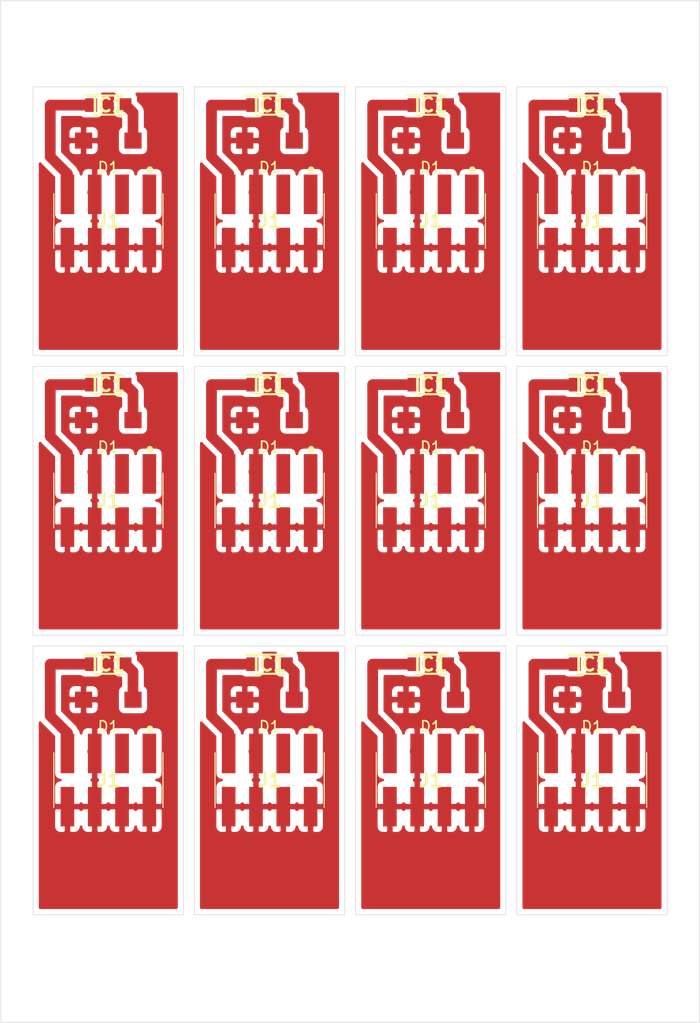
<source format=kicad_pcb>
(kicad_pcb (version 20171130) (host pcbnew "(5.1.6)-1")
  (layers (0 F.Cu signal) (31 B.Cu signal hide) (34 B.Paste user hide) (35 F.Paste user hide) (36 B.SilkS user hide) (37 F.SilkS user hide) (38 B.Mask user hide) (39 F.Mask user hide) (44 Edge.Cuts user))
  (net 0 "")
  (net 1 GND)
  (net 2 "Net-(D1-Pad2)")
  (net 3 +3V3)
  (module MiniSpec2:AM2520SEC03-26450 (layer F.Cu) (at 161 138)
    (fp_text reference D1 (at 0 2.5) (layer F.SilkS))
    (fp_text value LED)
    (pad 1 smd rect (at -2.3 0) (size 1.6 1.5) (layers F.Cu F.Paste F.Mask) (net 1 GND))
    (pad 2 smd rect (at 2.3 0) (size 1.6 1.5) (layers F.Cu F.Paste F.Mask) (net 2 "Net-(D1-Pad2)"))
  )
  (module MiniSpec2:AM2520SEC03-26450 (layer F.Cu) (at 176 138)
    (fp_text reference D1 (at 0 2.5) (layer F.SilkS))
    (fp_text value LED)
    (pad 2 smd rect (at 2.3 0) (size 1.6 1.5) (layers F.Cu F.Paste F.Mask) (net 2 "Net-(D1-Pad2)"))
    (pad 1 smd rect (at -2.3 0) (size 1.6 1.5) (layers F.Cu F.Paste F.Mask) (net 1 GND))
  )
  (module MiniSpec2:AM2520SEC03-26450 (layer F.Cu) (at 146 138)
    (fp_text reference D1 (at 0 2.5) (layer F.SilkS))
    (fp_text value LED)
    (pad 2 smd rect (at 2.3 0) (size 1.6 1.5) (layers F.Cu F.Paste F.Mask) (net 2 "Net-(D1-Pad2)"))
    (pad 1 smd rect (at -2.3 0) (size 1.6 1.5) (layers F.Cu F.Paste F.Mask) (net 1 GND))
  )
  (module MiniSpec2:AM2520SEC03-26450 (layer F.Cu) (at 191 138)
    (fp_text reference D1 (at 0 2.5) (layer F.SilkS))
    (fp_text value LED)
    (pad 1 smd rect (at -2.3 0) (size 1.6 1.5) (layers F.Cu F.Paste F.Mask) (net 1 GND))
    (pad 2 smd rect (at 2.3 0) (size 1.6 1.5) (layers F.Cu F.Paste F.Mask) (net 2 "Net-(D1-Pad2)"))
  )
  (module SamacSys_Parts:SODFL3718X100N (layer F.Cu) (at 176 134.7)
    (fp_text reference IC1 (at 0 0) (layer F.SilkS) (effects (font (size 1.27 1.27) (thickness 0.254))))
    (fp_text value AL5809-20P1-7 hide)
    (fp_line (start -1.4 0.89) (end 1.4 0.89) (layer F.SilkS) (width 0.2))
    (fp_line (start -2.16 -0.89) (end 1.4 -0.89) (layer F.SilkS) (width 0.2))
    (pad 2 smd rect (at 1.6 0) (size 1.12 1.27) (layers F.Cu F.Paste F.Mask) (net 2 "Net-(D1-Pad2)"))
    (pad 1 smd rect (at -1.6 0) (size 1.12 1.27) (layers F.Cu F.Paste F.Mask) (net 3 +3V3))
  )
  (module SamacSys_Parts:TSM-104-YY-ZZZ-DV-P-TR (layer F.Cu) (at 161.01 145.475)
    (fp_text reference J1 (at 0 0) (layer F.SilkS) (effects (font (size 1.27 1.27) (thickness 0.254))))
    (fp_text value TSM-104-02-S-DV-P-TR hide)
    (fp_line (start 5.08 -2.54) (end 5.08 2.54) (layer F.SilkS) (width 0.1))
    (fp_line (start -5.08 2.54) (end -5.08 -2.54) (layer F.SilkS) (width 0.1))
    (fp_circle (center 3.86 -4.775) (end 3.81 -4.775) (layer F.SilkS) (width 0.254))
    (pad 1 smd rect (at 3.81 -2.475) (size 1.27 3.68) (layers F.Cu F.Paste F.Mask))
    (pad 2 smd rect (at 3.81 2.475) (size 1.27 3.68) (layers F.Cu F.Paste F.Mask) (net 1 GND))
    (pad 3 smd rect (at 1.27 -2.475) (size 1.27 3.68) (layers F.Cu F.Paste F.Mask))
    (pad 4 smd rect (at 1.27 2.475) (size 1.27 3.68) (layers F.Cu F.Paste F.Mask) (net 1 GND))
    (pad 5 smd rect (at -1.27 -2.475) (size 1.27 3.68) (layers F.Cu F.Paste F.Mask) (net 1 GND))
    (pad 6 smd rect (at -1.27 2.475) (size 1.27 3.68) (layers F.Cu F.Paste F.Mask) (net 1 GND))
    (pad 7 smd rect (at -3.81 -2.475) (size 1.27 3.68) (layers F.Cu F.Paste F.Mask) (net 3 +3V3))
    (pad 8 smd rect (at -3.81 2.475) (size 1.27 3.68) (layers F.Cu F.Paste F.Mask) (net 1 GND))
  )
  (module SamacSys_Parts:TSM-104-YY-ZZZ-DV-P-TR (layer F.Cu) (at 191.01 145.475)
    (fp_text reference J1 (at 0 0) (layer F.SilkS) (effects (font (size 1.27 1.27) (thickness 0.254))))
    (fp_text value TSM-104-02-S-DV-P-TR hide)
    (fp_line (start 5.08 -2.54) (end 5.08 2.54) (layer F.SilkS) (width 0.1))
    (fp_line (start -5.08 2.54) (end -5.08 -2.54) (layer F.SilkS) (width 0.1))
    (fp_circle (center 3.86 -4.775) (end 3.81 -4.775) (layer F.SilkS) (width 0.254))
    (pad 1 smd rect (at 3.81 -2.475) (size 1.27 3.68) (layers F.Cu F.Paste F.Mask))
    (pad 2 smd rect (at 3.81 2.475) (size 1.27 3.68) (layers F.Cu F.Paste F.Mask) (net 1 GND))
    (pad 3 smd rect (at 1.27 -2.475) (size 1.27 3.68) (layers F.Cu F.Paste F.Mask))
    (pad 4 smd rect (at 1.27 2.475) (size 1.27 3.68) (layers F.Cu F.Paste F.Mask) (net 1 GND))
    (pad 5 smd rect (at -1.27 -2.475) (size 1.27 3.68) (layers F.Cu F.Paste F.Mask) (net 1 GND))
    (pad 6 smd rect (at -1.27 2.475) (size 1.27 3.68) (layers F.Cu F.Paste F.Mask) (net 1 GND))
    (pad 7 smd rect (at -3.81 -2.475) (size 1.27 3.68) (layers F.Cu F.Paste F.Mask) (net 3 +3V3))
    (pad 8 smd rect (at -3.81 2.475) (size 1.27 3.68) (layers F.Cu F.Paste F.Mask) (net 1 GND))
  )
  (module SamacSys_Parts:TSM-104-YY-ZZZ-DV-P-TR (layer F.Cu) (at 176.01 145.475)
    (fp_text reference J1 (at 0 0) (layer F.SilkS) (effects (font (size 1.27 1.27) (thickness 0.254))))
    (fp_text value TSM-104-02-S-DV-P-TR hide)
    (fp_circle (center 3.86 -4.775) (end 3.81 -4.775) (layer F.SilkS) (width 0.254))
    (fp_line (start -5.08 2.54) (end -5.08 -2.54) (layer F.SilkS) (width 0.1))
    (fp_line (start 5.08 -2.54) (end 5.08 2.54) (layer F.SilkS) (width 0.1))
    (pad 8 smd rect (at -3.81 2.475) (size 1.27 3.68) (layers F.Cu F.Paste F.Mask) (net 1 GND))
    (pad 7 smd rect (at -3.81 -2.475) (size 1.27 3.68) (layers F.Cu F.Paste F.Mask) (net 3 +3V3))
    (pad 6 smd rect (at -1.27 2.475) (size 1.27 3.68) (layers F.Cu F.Paste F.Mask) (net 1 GND))
    (pad 5 smd rect (at -1.27 -2.475) (size 1.27 3.68) (layers F.Cu F.Paste F.Mask) (net 1 GND))
    (pad 4 smd rect (at 1.27 2.475) (size 1.27 3.68) (layers F.Cu F.Paste F.Mask) (net 1 GND))
    (pad 3 smd rect (at 1.27 -2.475) (size 1.27 3.68) (layers F.Cu F.Paste F.Mask))
    (pad 2 smd rect (at 3.81 2.475) (size 1.27 3.68) (layers F.Cu F.Paste F.Mask) (net 1 GND))
    (pad 1 smd rect (at 3.81 -2.475) (size 1.27 3.68) (layers F.Cu F.Paste F.Mask))
  )
  (module SamacSys_Parts:SODFL3718X100N (layer F.Cu) (at 161 134.7)
    (fp_text reference IC1 (at 0 0) (layer F.SilkS) (effects (font (size 1.27 1.27) (thickness 0.254))))
    (fp_text value AL5809-20P1-7 hide)
    (fp_line (start -2.16 -0.89) (end 1.4 -0.89) (layer F.SilkS) (width 0.2))
    (fp_line (start -1.4 0.89) (end 1.4 0.89) (layer F.SilkS) (width 0.2))
    (pad 1 smd rect (at -1.6 0) (size 1.12 1.27) (layers F.Cu F.Paste F.Mask) (net 3 +3V3))
    (pad 2 smd rect (at 1.6 0) (size 1.12 1.27) (layers F.Cu F.Paste F.Mask) (net 2 "Net-(D1-Pad2)"))
  )
  (module SamacSys_Parts:SODFL3718X100N (layer F.Cu) (at 146 134.7)
    (fp_text reference IC1 (at 0 0) (layer F.SilkS) (effects (font (size 1.27 1.27) (thickness 0.254))))
    (fp_text value AL5809-20P1-7 hide)
    (fp_line (start -1.4 0.89) (end 1.4 0.89) (layer F.SilkS) (width 0.2))
    (fp_line (start -2.16 -0.89) (end 1.4 -0.89) (layer F.SilkS) (width 0.2))
    (pad 2 smd rect (at 1.6 0) (size 1.12 1.27) (layers F.Cu F.Paste F.Mask) (net 2 "Net-(D1-Pad2)"))
    (pad 1 smd rect (at -1.6 0) (size 1.12 1.27) (layers F.Cu F.Paste F.Mask) (net 3 +3V3))
  )
  (module SamacSys_Parts:TSM-104-YY-ZZZ-DV-P-TR (layer F.Cu) (at 146.01 145.475)
    (fp_text reference J1 (at 0 0) (layer F.SilkS) (effects (font (size 1.27 1.27) (thickness 0.254))))
    (fp_text value TSM-104-02-S-DV-P-TR hide)
    (fp_circle (center 3.86 -4.775) (end 3.81 -4.775) (layer F.SilkS) (width 0.254))
    (fp_line (start -5.08 2.54) (end -5.08 -2.54) (layer F.SilkS) (width 0.1))
    (fp_line (start 5.08 -2.54) (end 5.08 2.54) (layer F.SilkS) (width 0.1))
    (pad 8 smd rect (at -3.81 2.475) (size 1.27 3.68) (layers F.Cu F.Paste F.Mask) (net 1 GND))
    (pad 7 smd rect (at -3.81 -2.475) (size 1.27 3.68) (layers F.Cu F.Paste F.Mask) (net 3 +3V3))
    (pad 6 smd rect (at -1.27 2.475) (size 1.27 3.68) (layers F.Cu F.Paste F.Mask) (net 1 GND))
    (pad 5 smd rect (at -1.27 -2.475) (size 1.27 3.68) (layers F.Cu F.Paste F.Mask) (net 1 GND))
    (pad 4 smd rect (at 1.27 2.475) (size 1.27 3.68) (layers F.Cu F.Paste F.Mask) (net 1 GND))
    (pad 3 smd rect (at 1.27 -2.475) (size 1.27 3.68) (layers F.Cu F.Paste F.Mask))
    (pad 2 smd rect (at 3.81 2.475) (size 1.27 3.68) (layers F.Cu F.Paste F.Mask) (net 1 GND))
    (pad 1 smd rect (at 3.81 -2.475) (size 1.27 3.68) (layers F.Cu F.Paste F.Mask))
  )
  (module SamacSys_Parts:SODFL3718X100N (layer F.Cu) (at 191 134.7)
    (fp_text reference IC1 (at 0 0) (layer F.SilkS) (effects (font (size 1.27 1.27) (thickness 0.254))))
    (fp_text value AL5809-20P1-7 hide)
    (fp_line (start -2.16 -0.89) (end 1.4 -0.89) (layer F.SilkS) (width 0.2))
    (fp_line (start -1.4 0.89) (end 1.4 0.89) (layer F.SilkS) (width 0.2))
    (pad 1 smd rect (at -1.6 0) (size 1.12 1.27) (layers F.Cu F.Paste F.Mask) (net 3 +3V3))
    (pad 2 smd rect (at 1.6 0) (size 1.12 1.27) (layers F.Cu F.Paste F.Mask) (net 2 "Net-(D1-Pad2)"))
  )
  (module SamacSys_Parts:TSM-104-YY-ZZZ-DV-P-TR (layer F.Cu) (at 161.01 119.475)
    (fp_text reference J1 (at 0 0) (layer F.SilkS) (effects (font (size 1.27 1.27) (thickness 0.254))))
    (fp_text value TSM-104-02-S-DV-P-TR hide)
    (fp_circle (center 3.86 -4.775) (end 3.81 -4.775) (layer F.SilkS) (width 0.254))
    (fp_line (start -5.08 2.54) (end -5.08 -2.54) (layer F.SilkS) (width 0.1))
    (fp_line (start 5.08 -2.54) (end 5.08 2.54) (layer F.SilkS) (width 0.1))
    (pad 8 smd rect (at -3.81 2.475) (size 1.27 3.68) (layers F.Cu F.Paste F.Mask) (net 1 GND))
    (pad 7 smd rect (at -3.81 -2.475) (size 1.27 3.68) (layers F.Cu F.Paste F.Mask) (net 3 +3V3))
    (pad 6 smd rect (at -1.27 2.475) (size 1.27 3.68) (layers F.Cu F.Paste F.Mask) (net 1 GND))
    (pad 5 smd rect (at -1.27 -2.475) (size 1.27 3.68) (layers F.Cu F.Paste F.Mask) (net 1 GND))
    (pad 4 smd rect (at 1.27 2.475) (size 1.27 3.68) (layers F.Cu F.Paste F.Mask) (net 1 GND))
    (pad 3 smd rect (at 1.27 -2.475) (size 1.27 3.68) (layers F.Cu F.Paste F.Mask))
    (pad 2 smd rect (at 3.81 2.475) (size 1.27 3.68) (layers F.Cu F.Paste F.Mask) (net 1 GND))
    (pad 1 smd rect (at 3.81 -2.475) (size 1.27 3.68) (layers F.Cu F.Paste F.Mask))
  )
  (module MiniSpec2:AM2520SEC03-26450 (layer F.Cu) (at 146 112)
    (fp_text reference D1 (at 0 2.5) (layer F.SilkS))
    (fp_text value LED)
    (pad 1 smd rect (at -2.3 0) (size 1.6 1.5) (layers F.Cu F.Paste F.Mask) (net 1 GND))
    (pad 2 smd rect (at 2.3 0) (size 1.6 1.5) (layers F.Cu F.Paste F.Mask) (net 2 "Net-(D1-Pad2)"))
  )
  (module SamacSys_Parts:SODFL3718X100N (layer F.Cu) (at 161 108.7)
    (fp_text reference IC1 (at 0 0) (layer F.SilkS) (effects (font (size 1.27 1.27) (thickness 0.254))))
    (fp_text value AL5809-20P1-7 hide)
    (fp_line (start -1.4 0.89) (end 1.4 0.89) (layer F.SilkS) (width 0.2))
    (fp_line (start -2.16 -0.89) (end 1.4 -0.89) (layer F.SilkS) (width 0.2))
    (pad 2 smd rect (at 1.6 0) (size 1.12 1.27) (layers F.Cu F.Paste F.Mask) (net 2 "Net-(D1-Pad2)"))
    (pad 1 smd rect (at -1.6 0) (size 1.12 1.27) (layers F.Cu F.Paste F.Mask) (net 3 +3V3))
  )
  (module SamacSys_Parts:TSM-104-YY-ZZZ-DV-P-TR (layer F.Cu) (at 146.01 119.475)
    (fp_text reference J1 (at 0 0) (layer F.SilkS) (effects (font (size 1.27 1.27) (thickness 0.254))))
    (fp_text value TSM-104-02-S-DV-P-TR hide)
    (fp_line (start 5.08 -2.54) (end 5.08 2.54) (layer F.SilkS) (width 0.1))
    (fp_line (start -5.08 2.54) (end -5.08 -2.54) (layer F.SilkS) (width 0.1))
    (fp_circle (center 3.86 -4.775) (end 3.81 -4.775) (layer F.SilkS) (width 0.254))
    (pad 1 smd rect (at 3.81 -2.475) (size 1.27 3.68) (layers F.Cu F.Paste F.Mask))
    (pad 2 smd rect (at 3.81 2.475) (size 1.27 3.68) (layers F.Cu F.Paste F.Mask) (net 1 GND))
    (pad 3 smd rect (at 1.27 -2.475) (size 1.27 3.68) (layers F.Cu F.Paste F.Mask))
    (pad 4 smd rect (at 1.27 2.475) (size 1.27 3.68) (layers F.Cu F.Paste F.Mask) (net 1 GND))
    (pad 5 smd rect (at -1.27 -2.475) (size 1.27 3.68) (layers F.Cu F.Paste F.Mask) (net 1 GND))
    (pad 6 smd rect (at -1.27 2.475) (size 1.27 3.68) (layers F.Cu F.Paste F.Mask) (net 1 GND))
    (pad 7 smd rect (at -3.81 -2.475) (size 1.27 3.68) (layers F.Cu F.Paste F.Mask) (net 3 +3V3))
    (pad 8 smd rect (at -3.81 2.475) (size 1.27 3.68) (layers F.Cu F.Paste F.Mask) (net 1 GND))
  )
  (module MiniSpec2:AM2520SEC03-26450 (layer F.Cu) (at 191 112)
    (fp_text reference D1 (at 0 2.5) (layer F.SilkS))
    (fp_text value LED)
    (pad 2 smd rect (at 2.3 0) (size 1.6 1.5) (layers F.Cu F.Paste F.Mask) (net 2 "Net-(D1-Pad2)"))
    (pad 1 smd rect (at -2.3 0) (size 1.6 1.5) (layers F.Cu F.Paste F.Mask) (net 1 GND))
  )
  (module MiniSpec2:AM2520SEC03-26450 (layer F.Cu) (at 176 112)
    (fp_text reference D1 (at 0 2.5) (layer F.SilkS))
    (fp_text value LED)
    (pad 1 smd rect (at -2.3 0) (size 1.6 1.5) (layers F.Cu F.Paste F.Mask) (net 1 GND))
    (pad 2 smd rect (at 2.3 0) (size 1.6 1.5) (layers F.Cu F.Paste F.Mask) (net 2 "Net-(D1-Pad2)"))
  )
  (module SamacSys_Parts:TSM-104-YY-ZZZ-DV-P-TR (layer F.Cu) (at 191.01 119.475)
    (fp_text reference J1 (at 0 0) (layer F.SilkS) (effects (font (size 1.27 1.27) (thickness 0.254))))
    (fp_text value TSM-104-02-S-DV-P-TR hide)
    (fp_circle (center 3.86 -4.775) (end 3.81 -4.775) (layer F.SilkS) (width 0.254))
    (fp_line (start -5.08 2.54) (end -5.08 -2.54) (layer F.SilkS) (width 0.1))
    (fp_line (start 5.08 -2.54) (end 5.08 2.54) (layer F.SilkS) (width 0.1))
    (pad 8 smd rect (at -3.81 2.475) (size 1.27 3.68) (layers F.Cu F.Paste F.Mask) (net 1 GND))
    (pad 7 smd rect (at -3.81 -2.475) (size 1.27 3.68) (layers F.Cu F.Paste F.Mask) (net 3 +3V3))
    (pad 6 smd rect (at -1.27 2.475) (size 1.27 3.68) (layers F.Cu F.Paste F.Mask) (net 1 GND))
    (pad 5 smd rect (at -1.27 -2.475) (size 1.27 3.68) (layers F.Cu F.Paste F.Mask) (net 1 GND))
    (pad 4 smd rect (at 1.27 2.475) (size 1.27 3.68) (layers F.Cu F.Paste F.Mask) (net 1 GND))
    (pad 3 smd rect (at 1.27 -2.475) (size 1.27 3.68) (layers F.Cu F.Paste F.Mask))
    (pad 2 smd rect (at 3.81 2.475) (size 1.27 3.68) (layers F.Cu F.Paste F.Mask) (net 1 GND))
    (pad 1 smd rect (at 3.81 -2.475) (size 1.27 3.68) (layers F.Cu F.Paste F.Mask))
  )
  (module SamacSys_Parts:SODFL3718X100N (layer F.Cu) (at 191 108.7)
    (fp_text reference IC1 (at 0 0) (layer F.SilkS) (effects (font (size 1.27 1.27) (thickness 0.254))))
    (fp_text value AL5809-20P1-7 hide)
    (fp_line (start -1.4 0.89) (end 1.4 0.89) (layer F.SilkS) (width 0.2))
    (fp_line (start -2.16 -0.89) (end 1.4 -0.89) (layer F.SilkS) (width 0.2))
    (pad 2 smd rect (at 1.6 0) (size 1.12 1.27) (layers F.Cu F.Paste F.Mask) (net 2 "Net-(D1-Pad2)"))
    (pad 1 smd rect (at -1.6 0) (size 1.12 1.27) (layers F.Cu F.Paste F.Mask) (net 3 +3V3))
  )
  (module SamacSys_Parts:SODFL3718X100N (layer F.Cu) (at 146 108.7)
    (fp_text reference IC1 (at 0 0) (layer F.SilkS) (effects (font (size 1.27 1.27) (thickness 0.254))))
    (fp_text value AL5809-20P1-7 hide)
    (fp_line (start -2.16 -0.89) (end 1.4 -0.89) (layer F.SilkS) (width 0.2))
    (fp_line (start -1.4 0.89) (end 1.4 0.89) (layer F.SilkS) (width 0.2))
    (pad 1 smd rect (at -1.6 0) (size 1.12 1.27) (layers F.Cu F.Paste F.Mask) (net 3 +3V3))
    (pad 2 smd rect (at 1.6 0) (size 1.12 1.27) (layers F.Cu F.Paste F.Mask) (net 2 "Net-(D1-Pad2)"))
  )
  (module SamacSys_Parts:TSM-104-YY-ZZZ-DV-P-TR (layer F.Cu) (at 176.01 119.475)
    (fp_text reference J1 (at 0 0) (layer F.SilkS) (effects (font (size 1.27 1.27) (thickness 0.254))))
    (fp_text value TSM-104-02-S-DV-P-TR hide)
    (fp_line (start 5.08 -2.54) (end 5.08 2.54) (layer F.SilkS) (width 0.1))
    (fp_line (start -5.08 2.54) (end -5.08 -2.54) (layer F.SilkS) (width 0.1))
    (fp_circle (center 3.86 -4.775) (end 3.81 -4.775) (layer F.SilkS) (width 0.254))
    (pad 1 smd rect (at 3.81 -2.475) (size 1.27 3.68) (layers F.Cu F.Paste F.Mask))
    (pad 2 smd rect (at 3.81 2.475) (size 1.27 3.68) (layers F.Cu F.Paste F.Mask) (net 1 GND))
    (pad 3 smd rect (at 1.27 -2.475) (size 1.27 3.68) (layers F.Cu F.Paste F.Mask))
    (pad 4 smd rect (at 1.27 2.475) (size 1.27 3.68) (layers F.Cu F.Paste F.Mask) (net 1 GND))
    (pad 5 smd rect (at -1.27 -2.475) (size 1.27 3.68) (layers F.Cu F.Paste F.Mask) (net 1 GND))
    (pad 6 smd rect (at -1.27 2.475) (size 1.27 3.68) (layers F.Cu F.Paste F.Mask) (net 1 GND))
    (pad 7 smd rect (at -3.81 -2.475) (size 1.27 3.68) (layers F.Cu F.Paste F.Mask) (net 3 +3V3))
    (pad 8 smd rect (at -3.81 2.475) (size 1.27 3.68) (layers F.Cu F.Paste F.Mask) (net 1 GND))
  )
  (module SamacSys_Parts:SODFL3718X100N (layer F.Cu) (at 176 108.7)
    (fp_text reference IC1 (at 0 0) (layer F.SilkS) (effects (font (size 1.27 1.27) (thickness 0.254))))
    (fp_text value AL5809-20P1-7 hide)
    (fp_line (start -2.16 -0.89) (end 1.4 -0.89) (layer F.SilkS) (width 0.2))
    (fp_line (start -1.4 0.89) (end 1.4 0.89) (layer F.SilkS) (width 0.2))
    (pad 1 smd rect (at -1.6 0) (size 1.12 1.27) (layers F.Cu F.Paste F.Mask) (net 3 +3V3))
    (pad 2 smd rect (at 1.6 0) (size 1.12 1.27) (layers F.Cu F.Paste F.Mask) (net 2 "Net-(D1-Pad2)"))
  )
  (module MiniSpec2:AM2520SEC03-26450 (layer F.Cu) (at 161 112)
    (fp_text reference D1 (at 0 2.5) (layer F.SilkS))
    (fp_text value LED)
    (pad 2 smd rect (at 2.3 0) (size 1.6 1.5) (layers F.Cu F.Paste F.Mask) (net 2 "Net-(D1-Pad2)"))
    (pad 1 smd rect (at -2.3 0) (size 1.6 1.5) (layers F.Cu F.Paste F.Mask) (net 1 GND))
  )
  (module MiniSpec2:AM2520SEC03-26450 (layer F.Cu) (at 191 86)
    (fp_text reference D1 (at 0 2.5) (layer F.SilkS))
    (fp_text value LED)
    (pad 1 smd rect (at -2.3 0) (size 1.6 1.5) (layers F.Cu F.Paste F.Mask) (net 1 GND))
    (pad 2 smd rect (at 2.3 0) (size 1.6 1.5) (layers F.Cu F.Paste F.Mask) (net 2 "Net-(D1-Pad2)"))
  )
  (module SamacSys_Parts:TSM-104-YY-ZZZ-DV-P-TR (layer F.Cu) (at 191.01 93.475)
    (fp_text reference J1 (at 0 0) (layer F.SilkS) (effects (font (size 1.27 1.27) (thickness 0.254))))
    (fp_text value TSM-104-02-S-DV-P-TR hide)
    (fp_line (start 5.08 -2.54) (end 5.08 2.54) (layer F.SilkS) (width 0.1))
    (fp_line (start -5.08 2.54) (end -5.08 -2.54) (layer F.SilkS) (width 0.1))
    (fp_circle (center 3.86 -4.775) (end 3.81 -4.775) (layer F.SilkS) (width 0.254))
    (pad 1 smd rect (at 3.81 -2.475) (size 1.27 3.68) (layers F.Cu F.Paste F.Mask))
    (pad 2 smd rect (at 3.81 2.475) (size 1.27 3.68) (layers F.Cu F.Paste F.Mask) (net 1 GND))
    (pad 3 smd rect (at 1.27 -2.475) (size 1.27 3.68) (layers F.Cu F.Paste F.Mask))
    (pad 4 smd rect (at 1.27 2.475) (size 1.27 3.68) (layers F.Cu F.Paste F.Mask) (net 1 GND))
    (pad 5 smd rect (at -1.27 -2.475) (size 1.27 3.68) (layers F.Cu F.Paste F.Mask) (net 1 GND))
    (pad 6 smd rect (at -1.27 2.475) (size 1.27 3.68) (layers F.Cu F.Paste F.Mask) (net 1 GND))
    (pad 7 smd rect (at -3.81 -2.475) (size 1.27 3.68) (layers F.Cu F.Paste F.Mask) (net 3 +3V3))
    (pad 8 smd rect (at -3.81 2.475) (size 1.27 3.68) (layers F.Cu F.Paste F.Mask) (net 1 GND))
  )
  (module SamacSys_Parts:SODFL3718X100N (layer F.Cu) (at 191 82.7)
    (fp_text reference IC1 (at 0 0) (layer F.SilkS) (effects (font (size 1.27 1.27) (thickness 0.254))))
    (fp_text value AL5809-20P1-7 hide)
    (fp_line (start -2.16 -0.89) (end 1.4 -0.89) (layer F.SilkS) (width 0.2))
    (fp_line (start -1.4 0.89) (end 1.4 0.89) (layer F.SilkS) (width 0.2))
    (pad 1 smd rect (at -1.6 0) (size 1.12 1.27) (layers F.Cu F.Paste F.Mask) (net 3 +3V3))
    (pad 2 smd rect (at 1.6 0) (size 1.12 1.27) (layers F.Cu F.Paste F.Mask) (net 2 "Net-(D1-Pad2)"))
  )
  (module SamacSys_Parts:TSM-104-YY-ZZZ-DV-P-TR (layer F.Cu) (at 176.01 93.475)
    (fp_text reference J1 (at 0 0) (layer F.SilkS) (effects (font (size 1.27 1.27) (thickness 0.254))))
    (fp_text value TSM-104-02-S-DV-P-TR hide)
    (fp_circle (center 3.86 -4.775) (end 3.81 -4.775) (layer F.SilkS) (width 0.254))
    (fp_line (start -5.08 2.54) (end -5.08 -2.54) (layer F.SilkS) (width 0.1))
    (fp_line (start 5.08 -2.54) (end 5.08 2.54) (layer F.SilkS) (width 0.1))
    (pad 8 smd rect (at -3.81 2.475) (size 1.27 3.68) (layers F.Cu F.Paste F.Mask) (net 1 GND))
    (pad 7 smd rect (at -3.81 -2.475) (size 1.27 3.68) (layers F.Cu F.Paste F.Mask) (net 3 +3V3))
    (pad 6 smd rect (at -1.27 2.475) (size 1.27 3.68) (layers F.Cu F.Paste F.Mask) (net 1 GND))
    (pad 5 smd rect (at -1.27 -2.475) (size 1.27 3.68) (layers F.Cu F.Paste F.Mask) (net 1 GND))
    (pad 4 smd rect (at 1.27 2.475) (size 1.27 3.68) (layers F.Cu F.Paste F.Mask) (net 1 GND))
    (pad 3 smd rect (at 1.27 -2.475) (size 1.27 3.68) (layers F.Cu F.Paste F.Mask))
    (pad 2 smd rect (at 3.81 2.475) (size 1.27 3.68) (layers F.Cu F.Paste F.Mask) (net 1 GND))
    (pad 1 smd rect (at 3.81 -2.475) (size 1.27 3.68) (layers F.Cu F.Paste F.Mask))
  )
  (module SamacSys_Parts:SODFL3718X100N (layer F.Cu) (at 176 82.7)
    (fp_text reference IC1 (at 0 0) (layer F.SilkS) (effects (font (size 1.27 1.27) (thickness 0.254))))
    (fp_text value AL5809-20P1-7 hide)
    (fp_line (start -1.4 0.89) (end 1.4 0.89) (layer F.SilkS) (width 0.2))
    (fp_line (start -2.16 -0.89) (end 1.4 -0.89) (layer F.SilkS) (width 0.2))
    (pad 2 smd rect (at 1.6 0) (size 1.12 1.27) (layers F.Cu F.Paste F.Mask) (net 2 "Net-(D1-Pad2)"))
    (pad 1 smd rect (at -1.6 0) (size 1.12 1.27) (layers F.Cu F.Paste F.Mask) (net 3 +3V3))
  )
  (module MiniSpec2:AM2520SEC03-26450 (layer F.Cu) (at 176 86)
    (fp_text reference D1 (at 0 2.5) (layer F.SilkS))
    (fp_text value LED)
    (pad 2 smd rect (at 2.3 0) (size 1.6 1.5) (layers F.Cu F.Paste F.Mask) (net 2 "Net-(D1-Pad2)"))
    (pad 1 smd rect (at -2.3 0) (size 1.6 1.5) (layers F.Cu F.Paste F.Mask) (net 1 GND))
  )
  (module MiniSpec2:AM2520SEC03-26450 (layer F.Cu) (at 161 86)
    (fp_text reference D1 (at 0 2.5) (layer F.SilkS))
    (fp_text value LED)
    (pad 1 smd rect (at -2.3 0) (size 1.6 1.5) (layers F.Cu F.Paste F.Mask) (net 1 GND))
    (pad 2 smd rect (at 2.3 0) (size 1.6 1.5) (layers F.Cu F.Paste F.Mask) (net 2 "Net-(D1-Pad2)"))
  )
  (module SamacSys_Parts:TSM-104-YY-ZZZ-DV-P-TR (layer F.Cu) (at 161.01 93.475)
    (fp_text reference J1 (at 0 0) (layer F.SilkS) (effects (font (size 1.27 1.27) (thickness 0.254))))
    (fp_text value TSM-104-02-S-DV-P-TR hide)
    (fp_line (start 5.08 -2.54) (end 5.08 2.54) (layer F.SilkS) (width 0.1))
    (fp_line (start -5.08 2.54) (end -5.08 -2.54) (layer F.SilkS) (width 0.1))
    (fp_circle (center 3.86 -4.775) (end 3.81 -4.775) (layer F.SilkS) (width 0.254))
    (pad 1 smd rect (at 3.81 -2.475) (size 1.27 3.68) (layers F.Cu F.Paste F.Mask))
    (pad 2 smd rect (at 3.81 2.475) (size 1.27 3.68) (layers F.Cu F.Paste F.Mask) (net 1 GND))
    (pad 3 smd rect (at 1.27 -2.475) (size 1.27 3.68) (layers F.Cu F.Paste F.Mask))
    (pad 4 smd rect (at 1.27 2.475) (size 1.27 3.68) (layers F.Cu F.Paste F.Mask) (net 1 GND))
    (pad 5 smd rect (at -1.27 -2.475) (size 1.27 3.68) (layers F.Cu F.Paste F.Mask) (net 1 GND))
    (pad 6 smd rect (at -1.27 2.475) (size 1.27 3.68) (layers F.Cu F.Paste F.Mask) (net 1 GND))
    (pad 7 smd rect (at -3.81 -2.475) (size 1.27 3.68) (layers F.Cu F.Paste F.Mask) (net 3 +3V3))
    (pad 8 smd rect (at -3.81 2.475) (size 1.27 3.68) (layers F.Cu F.Paste F.Mask) (net 1 GND))
  )
  (module SamacSys_Parts:SODFL3718X100N (layer F.Cu) (at 161 82.7)
    (fp_text reference IC1 (at 0 0) (layer F.SilkS) (effects (font (size 1.27 1.27) (thickness 0.254))))
    (fp_text value AL5809-20P1-7 hide)
    (fp_line (start -2.16 -0.89) (end 1.4 -0.89) (layer F.SilkS) (width 0.2))
    (fp_line (start -1.4 0.89) (end 1.4 0.89) (layer F.SilkS) (width 0.2))
    (pad 1 smd rect (at -1.6 0) (size 1.12 1.27) (layers F.Cu F.Paste F.Mask) (net 3 +3V3))
    (pad 2 smd rect (at 1.6 0) (size 1.12 1.27) (layers F.Cu F.Paste F.Mask) (net 2 "Net-(D1-Pad2)"))
  )
  (module SamacSys_Parts:TSM-104-YY-ZZZ-DV-P-TR (layer F.Cu) (at 146.01 93.475)
    (fp_text reference J1 (at 0 0) (layer F.SilkS) (effects (font (size 1.27 1.27) (thickness 0.254))))
    (fp_text value TSM-104-02-S-DV-P-TR hide)
    (fp_circle (center 3.86 -4.775) (end 3.81 -4.775) (layer F.SilkS) (width 0.254))
    (fp_line (start -5.08 2.54) (end -5.08 -2.54) (layer F.SilkS) (width 0.1))
    (fp_line (start 5.08 -2.54) (end 5.08 2.54) (layer F.SilkS) (width 0.1))
    (pad 8 smd rect (at -3.81 2.475) (size 1.27 3.68) (layers F.Cu F.Paste F.Mask) (net 1 GND))
    (pad 7 smd rect (at -3.81 -2.475) (size 1.27 3.68) (layers F.Cu F.Paste F.Mask) (net 3 +3V3))
    (pad 6 smd rect (at -1.27 2.475) (size 1.27 3.68) (layers F.Cu F.Paste F.Mask) (net 1 GND))
    (pad 5 smd rect (at -1.27 -2.475) (size 1.27 3.68) (layers F.Cu F.Paste F.Mask) (net 1 GND))
    (pad 4 smd rect (at 1.27 2.475) (size 1.27 3.68) (layers F.Cu F.Paste F.Mask) (net 1 GND))
    (pad 3 smd rect (at 1.27 -2.475) (size 1.27 3.68) (layers F.Cu F.Paste F.Mask))
    (pad 2 smd rect (at 3.81 2.475) (size 1.27 3.68) (layers F.Cu F.Paste F.Mask) (net 1 GND))
    (pad 1 smd rect (at 3.81 -2.475) (size 1.27 3.68) (layers F.Cu F.Paste F.Mask))
  )
  (module SamacSys_Parts:SODFL3718X100N (layer F.Cu) (at 146 82.7)
    (fp_text reference IC1 (at 0 0) (layer F.SilkS) (effects (font (size 1.27 1.27) (thickness 0.254))))
    (fp_text value AL5809-20P1-7 hide)
    (fp_line (start -1.4 0.89) (end 1.4 0.89) (layer F.SilkS) (width 0.2))
    (fp_line (start -2.16 -0.89) (end 1.4 -0.89) (layer F.SilkS) (width 0.2))
    (pad 2 smd rect (at 1.6 0) (size 1.12 1.27) (layers F.Cu F.Paste F.Mask) (net 2 "Net-(D1-Pad2)"))
    (pad 1 smd rect (at -1.6 0) (size 1.12 1.27) (layers F.Cu F.Paste F.Mask) (net 3 +3V3))
  )
  (module MiniSpec2:AM2520SEC03-26450 (layer F.Cu) (at 146 86)
    (fp_text reference D1 (at 0 2.5) (layer F.SilkS))
    (fp_text value LED)
    (pad 2 smd rect (at 2.3 0) (size 1.6 1.5) (layers F.Cu F.Paste F.Mask) (net 2 "Net-(D1-Pad2)"))
    (pad 1 smd rect (at -2.3 0) (size 1.6 1.5) (layers F.Cu F.Paste F.Mask) (net 1 GND))
  )
  (gr_line (start 136 168) (end 136 73) (layer Edge.Cuts) (width 0.05))
  (gr_line (start 201 168) (end 136 168) (layer Edge.Cuts) (width 0.05))
  (gr_line (start 201 73) (end 201 168) (layer Edge.Cuts) (width 0.05))
  (gr_line (start 136 73) (end 201 73) (layer Edge.Cuts) (width 0.05))
  (gr_line (start 168 133) (end 168 158) (layer Edge.Cuts) (width 0.05))
  (gr_line (start 154 133) (end 168 133) (layer Edge.Cuts) (width 0.05))
  (gr_line (start 168 158) (end 154 158) (layer Edge.Cuts) (width 0.05))
  (gr_line (start 154 158) (end 154 133) (layer Edge.Cuts) (width 0.05))
  (gr_line (start 184 133) (end 198 133) (layer Edge.Cuts) (width 0.05))
  (gr_line (start 184 158) (end 184 133) (layer Edge.Cuts) (width 0.05))
  (gr_line (start 198 133) (end 198 158) (layer Edge.Cuts) (width 0.05))
  (gr_line (start 198 158) (end 184 158) (layer Edge.Cuts) (width 0.05))
  (gr_line (start 169 133) (end 183 133) (layer Edge.Cuts) (width 0.05))
  (gr_line (start 183 133) (end 183 158) (layer Edge.Cuts) (width 0.05))
  (gr_line (start 183 158) (end 169 158) (layer Edge.Cuts) (width 0.05))
  (gr_line (start 169 158) (end 169 133) (layer Edge.Cuts) (width 0.05))
  (gr_line (start 139 133) (end 153 133) (layer Edge.Cuts) (width 0.05))
  (gr_line (start 153 158) (end 139 158) (layer Edge.Cuts) (width 0.05))
  (gr_line (start 153 133) (end 153 158) (layer Edge.Cuts) (width 0.05))
  (gr_line (start 139 158) (end 139 133) (layer Edge.Cuts) (width 0.05))
  (gr_line (start 198 132) (end 184 132) (layer Edge.Cuts) (width 0.05))
  (gr_line (start 198 107) (end 198 132) (layer Edge.Cuts) (width 0.05))
  (gr_line (start 184 107) (end 198 107) (layer Edge.Cuts) (width 0.05))
  (gr_line (start 184 132) (end 184 107) (layer Edge.Cuts) (width 0.05))
  (gr_line (start 169 132) (end 169 107) (layer Edge.Cuts) (width 0.05))
  (gr_line (start 183 132) (end 169 132) (layer Edge.Cuts) (width 0.05))
  (gr_line (start 169 107) (end 183 107) (layer Edge.Cuts) (width 0.05))
  (gr_line (start 183 107) (end 183 132) (layer Edge.Cuts) (width 0.05))
  (gr_line (start 153 132) (end 139 132) (layer Edge.Cuts) (width 0.05))
  (gr_line (start 153 107) (end 153 132) (layer Edge.Cuts) (width 0.05))
  (gr_line (start 139 107) (end 153 107) (layer Edge.Cuts) (width 0.05))
  (gr_line (start 139 132) (end 139 107) (layer Edge.Cuts) (width 0.05))
  (gr_line (start 154 107) (end 168 107) (layer Edge.Cuts) (width 0.05))
  (gr_line (start 154 132) (end 154 107) (layer Edge.Cuts) (width 0.05))
  (gr_line (start 168 132) (end 154 132) (layer Edge.Cuts) (width 0.05))
  (gr_line (start 168 107) (end 168 132) (layer Edge.Cuts) (width 0.05))
  (gr_line (start 184 106) (end 184 81) (layer Edge.Cuts) (width 0.05))
  (gr_line (start 198 106) (end 184 106) (layer Edge.Cuts) (width 0.05))
  (gr_line (start 184 81) (end 198 81) (layer Edge.Cuts) (width 0.05))
  (gr_line (start 198 81) (end 198 106) (layer Edge.Cuts) (width 0.05))
  (gr_line (start 169 81) (end 183 81) (layer Edge.Cuts) (width 0.05))
  (gr_line (start 169 106) (end 169 81) (layer Edge.Cuts) (width 0.05))
  (gr_line (start 183 106) (end 169 106) (layer Edge.Cuts) (width 0.05))
  (gr_line (start 183 81) (end 183 106) (layer Edge.Cuts) (width 0.05))
  (gr_line (start 168 106) (end 154 106) (layer Edge.Cuts) (width 0.05))
  (gr_line (start 168 81) (end 168 106) (layer Edge.Cuts) (width 0.05))
  (gr_line (start 154 81) (end 168 81) (layer Edge.Cuts) (width 0.05))
  (gr_line (start 154 106) (end 154 81) (layer Edge.Cuts) (width 0.05))
  (gr_line (start 153 81) (end 153 106) (layer Edge.Cuts) (width 0.05))
  (gr_line (start 139 81) (end 153 81) (layer Edge.Cuts) (width 0.05))
  (gr_line (start 139 106) (end 139 81) (layer Edge.Cuts) (width 0.05))
  (gr_line (start 153 106) (end 139 106) (layer Edge.Cuts) (width 0.05))
  (segment (start 144.55 90.81) (end 144.74 91) (width 1) (layer F.Cu) (net 1))
  (segment (start 144.6 90.86) (end 144.74 91) (width 1) (layer F.Cu) (net 1))
  (segment (start 159.55 90.81) (end 159.74 91) (width 1) (layer F.Cu) (net 1))
  (segment (start 159.6 90.86) (end 159.74 91) (width 1) (layer F.Cu) (net 1))
  (segment (start 174.6 90.86) (end 174.74 91) (width 1) (layer F.Cu) (net 1))
  (segment (start 174.55 90.81) (end 174.74 91) (width 1) (layer F.Cu) (net 1))
  (segment (start 189.55 90.81) (end 189.74 91) (width 1) (layer F.Cu) (net 1))
  (segment (start 189.6 90.86) (end 189.74 91) (width 1) (layer F.Cu) (net 1))
  (segment (start 144.55 116.81) (end 144.74 117) (width 1) (layer F.Cu) (net 1))
  (segment (start 144.6 116.86) (end 144.74 117) (width 1) (layer F.Cu) (net 1))
  (segment (start 174.55 116.81) (end 174.74 117) (width 1) (layer F.Cu) (net 1))
  (segment (start 159.6 116.86) (end 159.74 117) (width 1) (layer F.Cu) (net 1))
  (segment (start 189.6 116.86) (end 189.74 117) (width 1) (layer F.Cu) (net 1))
  (segment (start 159.55 116.81) (end 159.74 117) (width 1) (layer F.Cu) (net 1))
  (segment (start 174.6 116.86) (end 174.74 117) (width 1) (layer F.Cu) (net 1))
  (segment (start 189.55 116.81) (end 189.74 117) (width 1) (layer F.Cu) (net 1))
  (segment (start 159.55 142.81) (end 159.74 143) (width 1) (layer F.Cu) (net 1))
  (segment (start 144.55 142.81) (end 144.74 143) (width 1) (layer F.Cu) (net 1))
  (segment (start 189.55 142.81) (end 189.74 143) (width 1) (layer F.Cu) (net 1))
  (segment (start 159.6 142.86) (end 159.74 143) (width 1) (layer F.Cu) (net 1))
  (segment (start 189.6 142.86) (end 189.74 143) (width 1) (layer F.Cu) (net 1))
  (segment (start 174.55 142.81) (end 174.74 143) (width 1) (layer F.Cu) (net 1))
  (segment (start 174.6 142.86) (end 174.74 143) (width 1) (layer F.Cu) (net 1))
  (segment (start 144.6 142.86) (end 144.74 143) (width 1) (layer F.Cu) (net 1))
  (segment (start 148.3 83.4) (end 147.6 82.7) (width 1) (layer F.Cu) (net 2))
  (segment (start 148.3 86) (end 148.3 83.4) (width 1) (layer F.Cu) (net 2))
  (segment (start 163.3 83.4) (end 162.6 82.7) (width 1) (layer F.Cu) (net 2))
  (segment (start 163.3 86) (end 163.3 83.4) (width 1) (layer F.Cu) (net 2))
  (segment (start 178.3 86) (end 178.3 83.4) (width 1) (layer F.Cu) (net 2))
  (segment (start 178.3 83.4) (end 177.6 82.7) (width 1) (layer F.Cu) (net 2))
  (segment (start 193.3 86) (end 193.3 83.4) (width 1) (layer F.Cu) (net 2))
  (segment (start 193.3 83.4) (end 192.6 82.7) (width 1) (layer F.Cu) (net 2))
  (segment (start 148.3 109.4) (end 147.6 108.7) (width 1) (layer F.Cu) (net 2))
  (segment (start 193.3 112) (end 193.3 109.4) (width 1) (layer F.Cu) (net 2))
  (segment (start 193.3 109.4) (end 192.6 108.7) (width 1) (layer F.Cu) (net 2))
  (segment (start 163.3 112) (end 163.3 109.4) (width 1) (layer F.Cu) (net 2))
  (segment (start 148.3 112) (end 148.3 109.4) (width 1) (layer F.Cu) (net 2))
  (segment (start 178.3 112) (end 178.3 109.4) (width 1) (layer F.Cu) (net 2))
  (segment (start 178.3 109.4) (end 177.6 108.7) (width 1) (layer F.Cu) (net 2))
  (segment (start 163.3 109.4) (end 162.6 108.7) (width 1) (layer F.Cu) (net 2))
  (segment (start 193.3 135.4) (end 192.6 134.7) (width 1) (layer F.Cu) (net 2))
  (segment (start 178.3 138) (end 178.3 135.4) (width 1) (layer F.Cu) (net 2))
  (segment (start 148.3 138) (end 148.3 135.4) (width 1) (layer F.Cu) (net 2))
  (segment (start 193.3 138) (end 193.3 135.4) (width 1) (layer F.Cu) (net 2))
  (segment (start 163.3 138) (end 163.3 135.4) (width 1) (layer F.Cu) (net 2))
  (segment (start 178.3 135.4) (end 177.6 134.7) (width 1) (layer F.Cu) (net 2))
  (segment (start 163.3 135.4) (end 162.6 134.7) (width 1) (layer F.Cu) (net 2))
  (segment (start 148.3 135.4) (end 147.6 134.7) (width 1) (layer F.Cu) (net 2))
  (segment (start 142.2 91) (end 142.2 89.1) (width 1) (layer F.Cu) (net 3))
  (segment (start 142.2 89.1) (end 140.6 87.5) (width 1) (layer F.Cu) (net 3))
  (segment (start 140.6 87.5) (end 140.6 82.7) (width 1) (layer F.Cu) (net 3))
  (segment (start 140.6 82.7) (end 144.4 82.7) (width 1) (layer F.Cu) (net 3))
  (segment (start 157.2 89.1) (end 155.6 87.5) (width 1) (layer F.Cu) (net 3))
  (segment (start 155.6 87.5) (end 155.6 82.7) (width 1) (layer F.Cu) (net 3))
  (segment (start 155.6 82.7) (end 159.4 82.7) (width 1) (layer F.Cu) (net 3))
  (segment (start 157.2 91) (end 157.2 89.1) (width 1) (layer F.Cu) (net 3))
  (segment (start 172.2 89.1) (end 170.6 87.5) (width 1) (layer F.Cu) (net 3))
  (segment (start 170.6 82.7) (end 174.4 82.7) (width 1) (layer F.Cu) (net 3))
  (segment (start 172.2 91) (end 172.2 89.1) (width 1) (layer F.Cu) (net 3))
  (segment (start 170.6 87.5) (end 170.6 82.7) (width 1) (layer F.Cu) (net 3))
  (segment (start 187.2 89.1) (end 185.6 87.5) (width 1) (layer F.Cu) (net 3))
  (segment (start 185.6 87.5) (end 185.6 82.7) (width 1) (layer F.Cu) (net 3))
  (segment (start 185.6 82.7) (end 189.4 82.7) (width 1) (layer F.Cu) (net 3))
  (segment (start 187.2 91) (end 187.2 89.1) (width 1) (layer F.Cu) (net 3))
  (segment (start 142.2 115.1) (end 140.6 113.5) (width 1) (layer F.Cu) (net 3))
  (segment (start 157.2 115.1) (end 155.6 113.5) (width 1) (layer F.Cu) (net 3))
  (segment (start 172.2 115.1) (end 170.6 113.5) (width 1) (layer F.Cu) (net 3))
  (segment (start 187.2 117) (end 187.2 115.1) (width 1) (layer F.Cu) (net 3))
  (segment (start 170.6 113.5) (end 170.6 108.7) (width 1) (layer F.Cu) (net 3))
  (segment (start 170.6 108.7) (end 174.4 108.7) (width 1) (layer F.Cu) (net 3))
  (segment (start 172.2 117) (end 172.2 115.1) (width 1) (layer F.Cu) (net 3))
  (segment (start 140.6 113.5) (end 140.6 108.7) (width 1) (layer F.Cu) (net 3))
  (segment (start 155.6 108.7) (end 159.4 108.7) (width 1) (layer F.Cu) (net 3))
  (segment (start 140.6 108.7) (end 144.4 108.7) (width 1) (layer F.Cu) (net 3))
  (segment (start 187.2 115.1) (end 185.6 113.5) (width 1) (layer F.Cu) (net 3))
  (segment (start 185.6 113.5) (end 185.6 108.7) (width 1) (layer F.Cu) (net 3))
  (segment (start 185.6 108.7) (end 189.4 108.7) (width 1) (layer F.Cu) (net 3))
  (segment (start 157.2 117) (end 157.2 115.1) (width 1) (layer F.Cu) (net 3))
  (segment (start 155.6 113.5) (end 155.6 108.7) (width 1) (layer F.Cu) (net 3))
  (segment (start 142.2 117) (end 142.2 115.1) (width 1) (layer F.Cu) (net 3))
  (segment (start 172.2 143) (end 172.2 141.1) (width 1) (layer F.Cu) (net 3))
  (segment (start 172.2 141.1) (end 170.6 139.5) (width 1) (layer F.Cu) (net 3))
  (segment (start 142.2 141.1) (end 140.6 139.5) (width 1) (layer F.Cu) (net 3))
  (segment (start 170.6 134.7) (end 174.4 134.7) (width 1) (layer F.Cu) (net 3))
  (segment (start 140.6 134.7) (end 144.4 134.7) (width 1) (layer F.Cu) (net 3))
  (segment (start 187.2 141.1) (end 185.6 139.5) (width 1) (layer F.Cu) (net 3))
  (segment (start 155.6 139.5) (end 155.6 134.7) (width 1) (layer F.Cu) (net 3))
  (segment (start 142.2 143) (end 142.2 141.1) (width 1) (layer F.Cu) (net 3))
  (segment (start 157.2 141.1) (end 155.6 139.5) (width 1) (layer F.Cu) (net 3))
  (segment (start 187.2 143) (end 187.2 141.1) (width 1) (layer F.Cu) (net 3))
  (segment (start 170.6 139.5) (end 170.6 134.7) (width 1) (layer F.Cu) (net 3))
  (segment (start 155.6 134.7) (end 159.4 134.7) (width 1) (layer F.Cu) (net 3))
  (segment (start 185.6 139.5) (end 185.6 134.7) (width 1) (layer F.Cu) (net 3))
  (segment (start 157.2 143) (end 157.2 141.1) (width 1) (layer F.Cu) (net 3))
  (segment (start 140.6 139.5) (end 140.6 134.7) (width 1) (layer F.Cu) (net 3))
  (segment (start 185.6 134.7) (end 189.4 134.7) (width 1) (layer F.Cu) (net 3))
  (zone (net 1) (net_name GND) (layer F.Cu) (connect_pads (clearance 0.508)) (min_thickness 0.254) (fill yes (arc_segments 32) (thermal_gap 0.508) (thermal_bridge_width 0.508))
    (polygon (pts (xy 153 106) (xy 139 106) (xy 139 81) (xy 153 81)))
  )
  (zone (net 1) (net_name GND) (layer F.Cu) (connect_pads (clearance 0.508)) (min_thickness 0.254) (fill yes (arc_segments 32) (thermal_gap 0.508) (thermal_bridge_width 0.508))
    (polygon (pts (xy 168 106) (xy 154 106) (xy 154 81) (xy 168 81)))
  )
  (zone (net 1) (net_name GND) (layer F.Cu) (connect_pads (clearance 0.508)) (min_thickness 0.254) (fill yes (arc_segments 32) (thermal_gap 0.508) (thermal_bridge_width 0.508))
    (polygon (pts (xy 183 106) (xy 169 106) (xy 169 81) (xy 183 81)))
  )
  (zone (net 1) (net_name GND) (layer F.Cu) (connect_pads (clearance 0.508)) (min_thickness 0.254) (fill yes (arc_segments 32) (thermal_gap 0.508) (thermal_bridge_width 0.508))
    (polygon (pts (xy 198 106) (xy 184 106) (xy 184 81) (xy 198 81)))
  )
  (zone (net 1) (net_name GND) (layer F.Cu) (connect_pads (clearance 0.508)) (min_thickness 0.254) (fill yes (arc_segments 32) (thermal_gap 0.508) (thermal_bridge_width 0.508))
    (polygon (pts (xy 183 132) (xy 169 132) (xy 169 107) (xy 183 107)))
  )
  (zone (net 1) (net_name GND) (layer F.Cu) (connect_pads (clearance 0.508)) (min_thickness 0.254) (fill yes (arc_segments 32) (thermal_gap 0.508) (thermal_bridge_width 0.508))
    (polygon (pts (xy 153 132) (xy 139 132) (xy 139 107) (xy 153 107)))
  )
  (zone (net 1) (net_name GND) (layer F.Cu) (connect_pads (clearance 0.508)) (min_thickness 0.254) (fill yes (arc_segments 32) (thermal_gap 0.508) (thermal_bridge_width 0.508))
    (polygon (pts (xy 168 132) (xy 154 132) (xy 154 107) (xy 168 107)))
  )
  (zone (net 1) (net_name GND) (layer F.Cu) (connect_pads (clearance 0.508)) (min_thickness 0.254) (fill yes (arc_segments 32) (thermal_gap 0.508) (thermal_bridge_width 0.508))
    (polygon (pts (xy 198 132) (xy 184 132) (xy 184 107) (xy 198 107)))
  )
  (zone (net 1) (net_name GND) (layer F.Cu) (connect_pads (clearance 0.508)) (min_thickness 0.254) (fill yes (arc_segments 32) (thermal_gap 0.508) (thermal_bridge_width 0.508))
    (polygon (pts (xy 183 158) (xy 169 158) (xy 169 133) (xy 183 133)))
  )
  (zone (net 1) (net_name GND) (layer F.Cu) (connect_pads (clearance 0.508)) (min_thickness 0.254) (fill yes (arc_segments 32) (thermal_gap 0.508) (thermal_bridge_width 0.508))
    (polygon (pts (xy 198 158) (xy 184 158) (xy 184 133) (xy 198 133)))
  )
  (zone (net 1) (net_name GND) (layer F.Cu) (connect_pads (clearance 0.508)) (min_thickness 0.254) (fill yes (arc_segments 32) (thermal_gap 0.508) (thermal_bridge_width 0.508))
    (polygon (pts (xy 153 158) (xy 139 158) (xy 139 133) (xy 153 133)))
  )
  (zone (net 1) (net_name GND) (layer F.Cu) (connect_pads (clearance 0.508)) (min_thickness 0.254) (fill yes (arc_segments 32) (thermal_gap 0.508) (thermal_bridge_width 0.508))
    (polygon (pts (xy 168 158) (xy 154 158) (xy 154 133) (xy 168 133)))
  )
)
</source>
